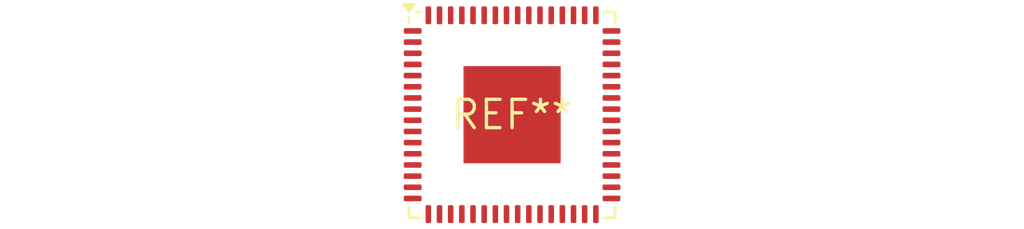
<source format=kicad_pcb>
(kicad_pcb (version 20240108) (generator pcbnew)
  (layers (0 "F.Cu" signal) (31 "B.Cu" signal) (34 "B.Paste" user) (35 "F.Paste" user) (36 "B.SilkS" user "B.Silkscreen") (37 "F.SilkS" user "F.Silkscreen") (38 "B.Mask" user) (39 "F.Mask" user) (44 "Edge.Cuts" user))
  (net 0 "")
  (footprint "QFN-64-1EP_9x9mm_P0.5mm_EP4.35x4.35mm" (layer "F.Cu") (at 0 0)
    (property "Reference" "REF**")
    (property "Value" "QFN-64-1EP_9x9mm_P0.5mm_EP4.35x4.35mm")
    (fp_line (start -4.61 -4.135) (end -4.61 -4.37) (layer "F.SilkS") (stroke (width 0.12)))
    (fp_line (start -4.61 4.61) (end -4.61 4.135) (layer "F.SilkS") (stroke (width 0.12)))
    (fp_line (start -4.135 -4.61) (end -4.31 -4.61) (layer "F.SilkS") (stroke (width 0.12)))
    (fp_line (start -4.135 4.61) (end -4.61 4.61) (layer "F.SilkS") (stroke (width 0.12)))
    (fp_line (start 4.135 -4.61) (end 4.61 -4.61) (layer "F.SilkS") (stroke (width 0.12)))
    (fp_line (start 4.135 4.61) (end 4.61 4.61) (layer "F.SilkS") (stroke (width 0.12)))
    (fp_line (start 4.61 -4.61) (end 4.61 -4.135) (layer "F.SilkS") (stroke (width 0.12)))
    (fp_line (start 4.61 4.61) (end 4.61 4.135) (layer "F.SilkS") (stroke (width 0.12)))
    (fp_poly (pts (xy -4.61 -4.61) (xy -4.85 -4.94) (xy -4.37 -4.94) (xy -4.61 -4.61)) (layer "F.SilkS") (stroke (width 0.12)) (fill solid))
    (pad "1" smd roundrect (at -4.45 -3.75) (size 0.8 0.25) (layers "F.Cu" "F.Paste" "F.Mask"))
    (pad "2" smd roundrect (at -4.45 -3.25) (size 0.8 0.25) (layers "F.Cu" "F.Paste" "F.Mask"))
    (pad "3" smd roundrect (at -4.45 -2.75) (size 0.8 0.25) (layers "F.Cu" "F.Paste" "F.Mask"))
    (pad "4" smd roundrect (at -4.45 -2.25) (size 0.8 0.25) (layers "F.Cu" "F.Paste" "F.Mask"))
    (pad "5" smd roundrect (at -4.45 -1.75) (size 0.8 0.25) (layers "F.Cu" "F.Paste" "F.Mask"))
    (pad "6" smd roundrect (at -4.45 -1.25) (size 0.8 0.25) (layers "F.Cu" "F.Paste" "F.Mask"))
    (pad "7" smd roundrect (at -4.45 -0.75) (size 0.8 0.25) (layers "F.Cu" "F.Paste" "F.Mask"))
    (pad "8" smd roundrect (at -4.45 -0.25) (size 0.8 0.25) (layers "F.Cu" "F.Paste" "F.Mask"))
    (pad "9" smd roundrect (at -4.45 0.25) (size 0.8 0.25) (layers "F.Cu" "F.Paste" "F.Mask"))
    (pad "10" smd roundrect (at -4.45 0.75) (size 0.8 0.25) (layers "F.Cu" "F.Paste" "F.Mask"))
    (pad "11" smd roundrect (at -4.45 1.25) (size 0.8 0.25) (layers "F.Cu" "F.Paste" "F.Mask"))
    (pad "12" smd roundrect (at -4.45 1.75) (size 0.8 0.25) (layers "F.Cu" "F.Paste" "F.Mask"))
    (pad "13" smd roundrect (at -4.45 2.25) (size 0.8 0.25) (layers "F.Cu" "F.Paste" "F.Mask"))
    (pad "14" smd roundrect (at -4.45 2.75) (size 0.8 0.25) (layers "F.Cu" "F.Paste" "F.Mask"))
    (pad "15" smd roundrect (at -4.45 3.25) (size 0.8 0.25) (layers "F.Cu" "F.Paste" "F.Mask"))
    (pad "16" smd roundrect (at -4.45 3.75) (size 0.8 0.25) (layers "F.Cu" "F.Paste" "F.Mask"))
    (pad "17" smd roundrect (at -3.75 4.45) (size 0.25 0.8) (layers "F.Cu" "F.Paste" "F.Mask"))
    (pad "18" smd roundrect (at -3.25 4.45) (size 0.25 0.8) (layers "F.Cu" "F.Paste" "F.Mask"))
    (pad "19" smd roundrect (at -2.75 4.45) (size 0.25 0.8) (layers "F.Cu" "F.Paste" "F.Mask"))
    (pad "20" smd roundrect (at -2.25 4.45) (size 0.25 0.8) (layers "F.Cu" "F.Paste" "F.Mask"))
    (pad "21" smd roundrect (at -1.75 4.45) (size 0.25 0.8) (layers "F.Cu" "F.Paste" "F.Mask"))
    (pad "22" smd roundrect (at -1.25 4.45) (size 0.25 0.8) (layers "F.Cu" "F.Paste" "F.Mask"))
    (pad "23" smd roundrect (at -0.75 4.45) (size 0.25 0.8) (layers "F.Cu" "F.Paste" "F.Mask"))
    (pad "24" smd roundrect (at -0.25 4.45) (size 0.25 0.8) (layers "F.Cu" "F.Paste" "F.Mask"))
    (pad "25" smd roundrect (at 0.25 4.45) (size 0.25 0.8) (layers "F.Cu" "F.Paste" "F.Mask"))
    (pad "26" smd roundrect (at 0.75 4.45) (size 0.25 0.8) (layers "F.Cu" "F.Paste" "F.Mask"))
    (pad "27" smd roundrect (at 1.25 4.45) (size 0.25 0.8) (layers "F.Cu" "F.Paste" "F.Mask"))
    (pad "28" smd roundrect (at 1.75 4.45) (size 0.25 0.8) (layers "F.Cu" "F.Paste" "F.Mask"))
    (pad "29" smd roundrect (at 2.25 4.45) (size 0.25 0.8) (layers "F.Cu" "F.Paste" "F.Mask"))
    (pad "30" smd roundrect (at 2.75 4.45) (size 0.25 0.8) (layers "F.Cu" "F.Paste" "F.Mask"))
    (pad "31" smd roundrect (at 3.25 4.45) (size 0.25 0.8) (layers "F.Cu" "F.Paste" "F.Mask"))
    (pad "32" smd roundrect (at 3.75 4.45) (size 0.25 0.8) (layers "F.Cu" "F.Paste" "F.Mask"))
    (pad "33" smd roundrect (at 4.45 3.75) (size 0.8 0.25) (layers "F.Cu" "F.Paste" "F.Mask"))
    (pad "34" smd roundrect (at 4.45 3.25) (size 0.8 0.25) (layers "F.Cu" "F.Paste" "F.Mask"))
    (pad "35" smd roundrect (at 4.45 2.75) (size 0.8 0.25) (layers "F.Cu" "F.Paste" "F.Mask"))
    (pad "36" smd roundrect (at 4.45 2.25) (size 0.8 0.25) (layers "F.Cu" "F.Paste" "F.Mask"))
    (pad "37" smd roundrect (at 4.45 1.75) (size 0.8 0.25) (layers "F.Cu" "F.Paste" "F.Mask"))
    (pad "38" smd roundrect (at 4.45 1.25) (size 0.8 0.25) (layers "F.Cu" "F.Paste" "F.Mask"))
    (pad "39" smd roundrect (at 4.45 0.75) (size 0.8 0.25) (layers "F.Cu" "F.Paste" "F.Mask"))
    (pad "40" smd roundrect (at 4.45 0.25) (size 0.8 0.25) (layers "F.Cu" "F.Paste" "F.Mask"))
    (pad "41" smd roundrect (at 4.45 -0.25) (size 0.8 0.25) (layers "F.Cu" "F.Paste" "F.Mask"))
    (pad "42" smd roundrect (at 4.45 -0.75) (size 0.8 0.25) (layers "F.Cu" "F.Paste" "F.Mask"))
    (pad "43" smd roundrect (at 4.45 -1.25) (size 0.8 0.25) (layers "F.Cu" "F.Paste" "F.Mask"))
    (pad "44" smd roundrect (at 4.45 -1.75) (size 0.8 0.25) (layers "F.Cu" "F.Paste" "F.Mask"))
    (pad "45" smd roundrect (at 4.45 -2.25) (size 0.8 0.25) (layers "F.Cu" "F.Paste" "F.Mask"))
    (pad "46" smd roundrect (at 4.45 -2.75) (size 0.8 0.25) (layers "F.Cu" "F.Paste" "F.Mask"))
    (pad "47" smd roundrect (at 4.45 -3.25) (size 0.8 0.25) (layers "F.Cu" "F.Paste" "F.Mask"))
    (pad "48" smd roundrect (at 4.45 -3.75) (size 0.8 0.25) (layers "F.Cu" "F.Paste" "F.Mask"))
    (pad "49" smd roundrect (at 3.75 -4.45) (size 0.25 0.8) (layers "F.Cu" "F.Paste" "F.Mask"))
    (pad "50" smd roundrect (at 3.25 -4.45) (size 0.25 0.8) (layers "F.Cu" "F.Paste" "F.Mask"))
    (pad "51" smd roundrect (at 2.75 -4.45) (size 0.25 0.8) (layers "F.Cu" "F.Paste" "F.Mask"))
    (pad "52" smd roundrect (at 2.25 -4.45) (size 0.25 0.8) (layers "F.Cu" "F.Paste" "F.Mask"))
    (pad "53" smd roundrect (at 1.75 -4.45) (size 0.25 0.8) (layers "F.Cu" "F.Paste" "F.Mask"))
    (pad "54" smd roundrect (at 1.25 -4.45) (size 0.25 0.8) (layers "F.Cu" "F.Paste" "F.Mask"))
    (pad "55" smd roundrect (at 0.75 -4.45) (size 0.25 0.8) (layers "F.Cu" "F.Paste" "F.Mask"))
    (pad "56" smd roundrect (at 0.25 -4.45) (size 0.25 0.8) (layers "F.Cu" "F.Paste" "F.Mask"))
    (pad "57" smd roundrect (at -0.25 -4.45) (size 0.25 0.8) (layers "F.Cu" "F.Paste" "F.Mask"))
    (pad "58" smd roundrect (at -0.75 -4.45) (size 0.25 0.8) (layers "F.Cu" "F.Paste" "F.Mask"))
    (pad "59" smd roundrect (at -1.25 -4.45) (size 0.25 0.8) (layers "F.Cu" "F.Paste" "F.Mask"))
    (pad "60" smd roundrect (at -1.75 -4.45) (size 0.25 0.8) (layers "F.Cu" "F.Paste" "F.Mask"))
    (pad "61" smd roundrect (at -2.25 -4.45) (size 0.25 0.8) (layers "F.Cu" "F.Paste" "F.Mask"))
    (pad "62" smd roundrect (at -2.75 -4.45) (size 0.25 0.8) (layers "F.Cu" "F.Paste" "F.Mask"))
    (pad "63" smd roundrect (at -3.25 -4.45) (size 0.25 0.8) (layers "F.Cu" "F.Paste" "F.Mask"))
    (pad "64" smd roundrect (at -3.75 -4.45) (size 0.25 0.8) (layers "F.Cu" "F.Paste" "F.Mask"))
    (pad "65" smd rect (at 0 0) (size 4.35 4.35) (property pad_prop_heatsink) (layers "F.Cu" "F.Mask"))
  )
)
</source>
